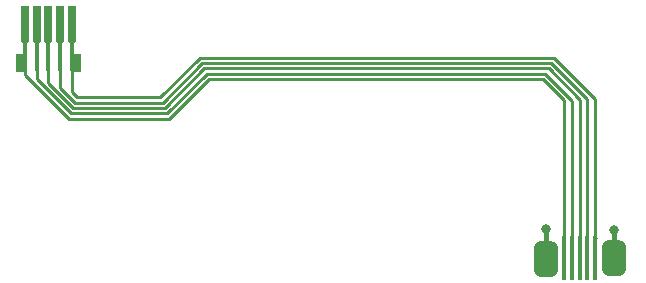
<source format=gbr>
%TF.GenerationSoftware,KiCad,Pcbnew,(5.99.0-10509-g065f85b504)*%
%TF.CreationDate,2021-07-11T19:01:29-06:00*%
%TF.ProjectId,OTG_Flex,4f54475f-466c-4657-982e-6b696361645f,1.1*%
%TF.SameCoordinates,Original*%
%TF.FileFunction,Copper,L1,Top*%
%TF.FilePolarity,Positive*%
%FSLAX46Y46*%
G04 Gerber Fmt 4.6, Leading zero omitted, Abs format (unit mm)*
G04 Created by KiCad (PCBNEW (5.99.0-10509-g065f85b504)) date 2021-07-11 19:01:29*
%MOMM*%
%LPD*%
G01*
G04 APERTURE LIST*
G04 Aperture macros list*
%AMRoundRect*
0 Rectangle with rounded corners*
0 $1 Rounding radius*
0 $2 $3 $4 $5 $6 $7 $8 $9 X,Y pos of 4 corners*
0 Add a 4 corners polygon primitive as box body*
4,1,4,$2,$3,$4,$5,$6,$7,$8,$9,$2,$3,0*
0 Add four circle primitives for the rounded corners*
1,1,$1+$1,$2,$3*
1,1,$1+$1,$4,$5*
1,1,$1+$1,$6,$7*
1,1,$1+$1,$8,$9*
0 Add four rect primitives between the rounded corners*
20,1,$1+$1,$2,$3,$4,$5,0*
20,1,$1+$1,$4,$5,$6,$7,0*
20,1,$1+$1,$6,$7,$8,$9,0*
20,1,$1+$1,$8,$9,$2,$3,0*%
%AMFreePoly0*
4,1,9,0.350000,-1.000000,0.200000,-1.150000,0.200000,-3.500000,-0.200000,-3.500000,-0.200000,-1.150000,-0.350000,-1.000000,-0.350000,2.000000,0.350000,2.000000,0.350000,-1.000000,0.350000,-1.000000,$1*%
%AMFreePoly1*
4,1,5,3.000000,-0.200000,-0.800000,-0.200000,-0.800000,0.200000,3.000000,0.200000,3.000000,-0.200000,3.000000,-0.200000,$1*%
G04 Aperture macros list end*
%TA.AperFunction,ConnectorPad*%
%ADD10FreePoly0,0.000000*%
%TD*%
%TA.AperFunction,ConnectorPad*%
%ADD11R,0.800000X1.500000*%
%TD*%
%TA.AperFunction,SMDPad,CuDef*%
%ADD12FreePoly1,90.000000*%
%TD*%
%TA.AperFunction,SMDPad,CuDef*%
%ADD13RoundRect,0.500000X-0.500000X-1.000000X0.500000X-1.000000X0.500000X1.000000X-0.500000X1.000000X0*%
%TD*%
%TA.AperFunction,ViaPad*%
%ADD14C,0.800000*%
%TD*%
%TA.AperFunction,Conductor*%
%ADD15C,0.250000*%
%TD*%
%TA.AperFunction,Conductor*%
%ADD16C,0.381000*%
%TD*%
G04 APERTURE END LIST*
D10*
%TO.P,J2,1,Pin_1*%
%TO.N,Net-(J1-Pad1)*%
X147206200Y-89395659D03*
D11*
X146806200Y-92145659D03*
D10*
%TO.P,J2,2,Pin_2*%
%TO.N,Net-(J1-Pad2)*%
X148206200Y-89395659D03*
%TO.P,J2,3,Pin_3*%
%TO.N,Net-(J1-Pad3)*%
X149206200Y-89395659D03*
%TO.P,J2,4,Pin_4*%
%TO.N,Net-(J1-Pad4)*%
X150206200Y-89395659D03*
%TO.P,J2,5,Pin_5*%
%TO.N,Net-(J1-Pad5)*%
X151206200Y-89395659D03*
D11*
X151606200Y-92145659D03*
%TD*%
D12*
%TO.P,J1,1,Pin_1*%
%TO.N,Net-(J1-Pad1)*%
X192880000Y-109735000D03*
%TO.P,J1,2,Pin_2*%
%TO.N,Net-(J1-Pad2)*%
X193530000Y-109755000D03*
%TO.P,J1,3,Pin_3*%
%TO.N,Net-(J1-Pad3)*%
X194180000Y-109755000D03*
%TO.P,J1,4,Pin_4*%
%TO.N,Net-(J1-Pad4)*%
X194830000Y-109755000D03*
%TO.P,J1,5,Pin_5*%
%TO.N,Net-(J1-Pad5)*%
X195480000Y-109755000D03*
D13*
%TO.P,J1,6,Pin_6*%
%TO.N,GND*%
X191330000Y-108705000D03*
X197080000Y-108695000D03*
%TD*%
D14*
%TO.N,GND*%
X197053200Y-106324400D03*
X191330000Y-106214600D03*
%TD*%
D15*
%TO.N,Net-(J1-Pad5)*%
X162043809Y-91699320D02*
X191978520Y-91699320D01*
X158683270Y-95059859D02*
X162043809Y-91699320D01*
X151206200Y-89395659D02*
X151206200Y-94601941D01*
X195503800Y-95224600D02*
X195503800Y-108407200D01*
X151206200Y-94601941D02*
X151664118Y-95059859D01*
X191978520Y-91699320D02*
X195503800Y-95224600D01*
X151664118Y-95059859D02*
X158683270Y-95059859D01*
X195503800Y-106934000D02*
X195554600Y-106984800D01*
%TO.N,Net-(J1-Pad4)*%
X191742958Y-92148840D02*
X162230006Y-92148840D01*
X158869467Y-95509379D02*
X151477921Y-95509379D01*
X158869467Y-95509379D02*
X153332120Y-95509379D01*
X151477921Y-95509379D02*
X150206200Y-94237659D01*
X194830000Y-109755000D02*
X194830000Y-95235882D01*
X194830000Y-95235882D02*
X191742958Y-92148840D01*
X150206200Y-94237659D02*
X150206200Y-89395659D01*
X162230006Y-92148840D02*
X158869467Y-95509379D01*
%TO.N,Net-(J1-Pad3)*%
X159055665Y-95958899D02*
X162416206Y-92598360D01*
X153875501Y-95958899D02*
X159055665Y-95958899D01*
X149206200Y-93873377D02*
X151291724Y-95958899D01*
X194208400Y-95250000D02*
X194208400Y-107823000D01*
X162416206Y-92598360D02*
X191556760Y-92598360D01*
X153875501Y-95958899D02*
X153990160Y-95958899D01*
X151291724Y-95958899D02*
X153875501Y-95958899D01*
X149206200Y-89395659D02*
X149206200Y-93873377D01*
X191556760Y-92598360D02*
X194208400Y-95250000D01*
%TO.N,Net-(J1-Pad2)*%
X193530000Y-95332883D02*
X191244997Y-93047880D01*
X159241863Y-96408419D02*
X153771600Y-96408419D01*
X148206200Y-93509092D02*
X151105527Y-96408419D01*
X148206200Y-89395659D02*
X148206200Y-93509092D01*
X151105527Y-96408419D02*
X154328040Y-96408419D01*
X193530000Y-109755000D02*
X193530000Y-95332883D01*
X162602403Y-93047880D02*
X159241863Y-96408419D01*
X191244997Y-93047880D02*
X162602403Y-93047880D01*
%TO.N,Net-(J1-Pad1)*%
X159428061Y-96857939D02*
X150919330Y-96857939D01*
X192880000Y-109735000D02*
X192880000Y-95318600D01*
X191058800Y-93497400D02*
X162788600Y-93497400D01*
X150919330Y-96857939D02*
X147206200Y-93144809D01*
X162788600Y-93497400D02*
X159428061Y-96857939D01*
X147206200Y-93144809D02*
X147206200Y-89395659D01*
X192880000Y-95318600D02*
X191058800Y-93497400D01*
D16*
%TO.N,GND*%
X191330000Y-108705000D02*
X191330000Y-106214600D01*
X197080000Y-108695000D02*
X197080000Y-106351200D01*
X197080000Y-106351200D02*
X197053200Y-106324400D01*
%TD*%
M02*

</source>
